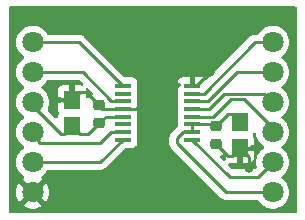
<source format=gtl>
G04 #@! TF.GenerationSoftware,KiCad,Pcbnew,7.0.10*
G04 #@! TF.CreationDate,2024-10-11T10:49:22-04:00*
G04 #@! TF.ProjectId,ad5689r,61643536-3839-4722-9e6b-696361645f70,rev?*
G04 #@! TF.SameCoordinates,Original*
G04 #@! TF.FileFunction,Copper,L1,Top*
G04 #@! TF.FilePolarity,Positive*
%FSLAX46Y46*%
G04 Gerber Fmt 4.6, Leading zero omitted, Abs format (unit mm)*
G04 Created by KiCad (PCBNEW 7.0.10) date 2024-10-11 10:49:22*
%MOMM*%
%LPD*%
G01*
G04 APERTURE LIST*
G04 Aperture macros list*
%AMRoundRect*
0 Rectangle with rounded corners*
0 $1 Rounding radius*
0 $2 $3 $4 $5 $6 $7 $8 $9 X,Y pos of 4 corners*
0 Add a 4 corners polygon primitive as box body*
4,1,4,$2,$3,$4,$5,$6,$7,$8,$9,$2,$3,0*
0 Add four circle primitives for the rounded corners*
1,1,$1+$1,$2,$3*
1,1,$1+$1,$4,$5*
1,1,$1+$1,$6,$7*
1,1,$1+$1,$8,$9*
0 Add four rect primitives between the rounded corners*
20,1,$1+$1,$2,$3,$4,$5,0*
20,1,$1+$1,$4,$5,$6,$7,0*
20,1,$1+$1,$6,$7,$8,$9,0*
20,1,$1+$1,$8,$9,$2,$3,0*%
G04 Aperture macros list end*
G04 #@! TA.AperFunction,SMDPad,CuDef*
%ADD10R,1.475000X0.450000*%
G04 #@! TD*
G04 #@! TA.AperFunction,ComponentPad*
%ADD11C,1.800000*%
G04 #@! TD*
G04 #@! TA.AperFunction,SMDPad,CuDef*
%ADD12RoundRect,0.225000X-0.250000X0.225000X-0.250000X-0.225000X0.250000X-0.225000X0.250000X0.225000X0*%
G04 #@! TD*
G04 #@! TA.AperFunction,SMDPad,CuDef*
%ADD13R,1.397000X1.497552*%
G04 #@! TD*
G04 #@! TA.AperFunction,SMDPad,CuDef*
%ADD14RoundRect,0.225000X0.250000X-0.225000X0.250000X0.225000X-0.250000X0.225000X-0.250000X-0.225000X0*%
G04 #@! TD*
G04 #@! TA.AperFunction,ViaPad*
%ADD15C,0.800000*%
G04 #@! TD*
G04 #@! TA.AperFunction,Conductor*
%ADD16C,0.250000*%
G04 #@! TD*
G04 APERTURE END LIST*
D10*
X35568176Y-29087300D03*
X35568176Y-29737300D03*
X35568176Y-30387300D03*
X35568176Y-31037300D03*
X35568176Y-31687300D03*
X35568176Y-32337300D03*
X35568176Y-32987300D03*
X35568176Y-33637300D03*
X41444176Y-33637300D03*
X41444176Y-32987300D03*
X41444176Y-32337300D03*
X41444176Y-31687300D03*
X41444176Y-31037300D03*
X41444176Y-30387300D03*
X41444176Y-29737300D03*
X41444176Y-29087300D03*
D11*
X27940000Y-25400000D03*
X27940000Y-27940000D03*
X27940000Y-30480000D03*
X27940000Y-33020000D03*
X27940000Y-35560000D03*
X27940000Y-38100000D03*
X48260000Y-25400000D03*
X48260000Y-27940000D03*
X48260000Y-30480000D03*
X48260000Y-33020000D03*
X48260000Y-35560000D03*
X48260000Y-38100000D03*
D12*
X43434000Y-32499000D03*
X43434000Y-34049000D03*
D13*
X45466000Y-32168576D03*
X45466000Y-34379424D03*
D14*
X33528000Y-32271000D03*
X33528000Y-30721000D03*
D13*
X31242000Y-32512000D03*
X31242000Y-30301152D03*
D15*
X42926000Y-27940000D03*
X46228000Y-36068000D03*
X37846000Y-31242000D03*
D16*
X33528000Y-32271000D02*
X32616424Y-33182576D01*
X30339322Y-33182576D02*
X27686000Y-30529254D01*
X31912576Y-33182576D02*
X31242000Y-32512000D01*
X33528000Y-32271000D02*
X34111700Y-31687300D01*
X30339322Y-33182576D02*
X30571424Y-33182576D01*
X27686000Y-30529254D02*
X27686000Y-30480000D01*
X34111700Y-31687300D02*
X35568176Y-31687300D01*
X30571424Y-33182576D02*
X31242000Y-32512000D01*
X32616424Y-33182576D02*
X31912576Y-33182576D01*
X37641300Y-31037300D02*
X37846000Y-31242000D01*
X46228000Y-36068000D02*
X46228000Y-35141424D01*
X43434000Y-34049000D02*
X44435000Y-35050000D01*
X35568176Y-31037300D02*
X37641300Y-31037300D01*
X33844300Y-31037300D02*
X33528000Y-30721000D01*
X46228000Y-35141424D02*
X45466000Y-34379424D01*
X33528000Y-30721000D02*
X32437576Y-29630576D01*
X35568176Y-31037300D02*
X33844300Y-31037300D01*
X41444176Y-29087300D02*
X41778700Y-29087300D01*
X32437576Y-29630576D02*
X31912576Y-29630576D01*
X31912576Y-29630576D02*
X31242000Y-30301152D01*
X44795424Y-35050000D02*
X45466000Y-34379424D01*
X41778700Y-29087300D02*
X42926000Y-27940000D01*
X44435000Y-35050000D02*
X44795424Y-35050000D01*
X31880876Y-25400000D02*
X35568176Y-29087300D01*
X27686000Y-25400000D02*
X31880876Y-25400000D01*
X34605676Y-30387300D02*
X35568176Y-30387300D01*
X27686000Y-27940000D02*
X32158376Y-27940000D01*
X32158376Y-27940000D02*
X34605676Y-30387300D01*
X27686000Y-33020000D02*
X28586000Y-33920000D01*
X33644000Y-33920000D02*
X34576700Y-32987300D01*
X28586000Y-33920000D02*
X33644000Y-33920000D01*
X34576700Y-32987300D02*
X35568176Y-32987300D01*
X33645476Y-35560000D02*
X35568176Y-33637300D01*
X27686000Y-35560000D02*
X33645476Y-35560000D01*
X41444176Y-33637300D02*
X44599876Y-36793000D01*
X47027000Y-36793000D02*
X48260000Y-35560000D01*
X44599876Y-36793000D02*
X47027000Y-36793000D01*
X44435000Y-31498000D02*
X44795424Y-31498000D01*
X44294376Y-38100000D02*
X40132000Y-33937624D01*
X48260000Y-38100000D02*
X44294376Y-38100000D01*
X41444176Y-32337300D02*
X43272300Y-32337300D01*
X40672700Y-32987300D02*
X41444176Y-32987300D01*
X43434000Y-32499000D02*
X44435000Y-31498000D01*
X40132000Y-33528000D02*
X40672700Y-32987300D01*
X40132000Y-33937624D02*
X40132000Y-33528000D01*
X43272300Y-32337300D02*
X43434000Y-32499000D01*
X44795424Y-31498000D02*
X45466000Y-32168576D01*
X41444176Y-32987300D02*
X41444176Y-32337300D01*
X44704000Y-30226000D02*
X45848396Y-30226000D01*
X43242700Y-31687300D02*
X44704000Y-30226000D01*
X41444176Y-31687300D02*
X43242700Y-31687300D01*
X45848396Y-30226000D02*
X48260000Y-32637604D01*
X48260000Y-32637604D02*
X48260000Y-33020000D01*
X44138000Y-29776000D02*
X47556000Y-29776000D01*
X47556000Y-29776000D02*
X48260000Y-30480000D01*
X42876700Y-31037300D02*
X44138000Y-29776000D01*
X41444176Y-31037300D02*
X42876700Y-31037300D01*
X41444176Y-30387300D02*
X42764700Y-30387300D01*
X45212000Y-27940000D02*
X48260000Y-27940000D01*
X42764700Y-30387300D02*
X45212000Y-27940000D01*
X42398700Y-29737300D02*
X46736000Y-25400000D01*
X46736000Y-25400000D02*
X48260000Y-25400000D01*
X41444176Y-29737300D02*
X42398700Y-29737300D01*
G04 #@! TA.AperFunction,Conductor*
G36*
X46801054Y-33048198D02*
G01*
X46850460Y-33097602D01*
X46865205Y-33146791D01*
X46873864Y-33251296D01*
X46873866Y-33251308D01*
X46930842Y-33476300D01*
X47024075Y-33688848D01*
X47151016Y-33883147D01*
X47151019Y-33883151D01*
X47151021Y-33883153D01*
X47308216Y-34053913D01*
X47308219Y-34053915D01*
X47308222Y-34053918D01*
X47485818Y-34192147D01*
X47526631Y-34248857D01*
X47530306Y-34318630D01*
X47495674Y-34379313D01*
X47485818Y-34387853D01*
X47308222Y-34526081D01*
X47308219Y-34526084D01*
X47308216Y-34526086D01*
X47308216Y-34526087D01*
X47291483Y-34544264D01*
X47151016Y-34696852D01*
X47024075Y-34891151D01*
X46930841Y-35103703D01*
X46930841Y-35103704D01*
X46908705Y-35191116D01*
X46873166Y-35251271D01*
X46835710Y-35270107D01*
X46856482Y-35290879D01*
X46871334Y-35359152D01*
X46871229Y-35360515D01*
X46860883Y-35485387D01*
X46854700Y-35560004D01*
X46854700Y-35560006D01*
X46873865Y-35791301D01*
X46911175Y-35938636D01*
X46908550Y-36008456D01*
X46878651Y-36056757D01*
X46804228Y-36131181D01*
X46742905Y-36164666D01*
X46716546Y-36167500D01*
X44910328Y-36167500D01*
X44843289Y-36147815D01*
X44822647Y-36131181D01*
X44509999Y-35818533D01*
X44476514Y-35757210D01*
X44481498Y-35687518D01*
X44523370Y-35631585D01*
X44588834Y-35607168D01*
X44641014Y-35614670D01*
X44660123Y-35621797D01*
X44660127Y-35621798D01*
X44719655Y-35628199D01*
X44719672Y-35628200D01*
X45216000Y-35628200D01*
X45216000Y-34253424D01*
X45235685Y-34186385D01*
X45288489Y-34140630D01*
X45340000Y-34129424D01*
X46091300Y-34129424D01*
X46158339Y-34149109D01*
X46204094Y-34201913D01*
X46215300Y-34253424D01*
X46215300Y-34505424D01*
X46195615Y-34572463D01*
X46142811Y-34618218D01*
X46091300Y-34629424D01*
X45716000Y-34629424D01*
X45716000Y-35628200D01*
X46212328Y-35628200D01*
X46212344Y-35628199D01*
X46271872Y-35621798D01*
X46271879Y-35621796D01*
X46406586Y-35571554D01*
X46406593Y-35571550D01*
X46521687Y-35485390D01*
X46521690Y-35485387D01*
X46607850Y-35370293D01*
X46607855Y-35370284D01*
X46631468Y-35306975D01*
X46673339Y-35251041D01*
X46699060Y-35241446D01*
X46686777Y-35231586D01*
X46664588Y-35165333D01*
X46664500Y-35160675D01*
X46664500Y-34629424D01*
X46440900Y-34629424D01*
X46373861Y-34609739D01*
X46328106Y-34556935D01*
X46316900Y-34505424D01*
X46316900Y-34253424D01*
X46336585Y-34186385D01*
X46389389Y-34140630D01*
X46440900Y-34129424D01*
X46664500Y-34129424D01*
X46664500Y-33582820D01*
X46664499Y-33582803D01*
X46658098Y-33523275D01*
X46658096Y-33523268D01*
X46607854Y-33388561D01*
X46607852Y-33388558D01*
X46578035Y-33348728D01*
X46553617Y-33283264D01*
X46568468Y-33214991D01*
X46578023Y-33200121D01*
X46608296Y-33159683D01*
X46625447Y-33113699D01*
X46667317Y-33057765D01*
X46732781Y-33033347D01*
X46801054Y-33048198D01*
G37*
G04 #@! TD.AperFunction*
G04 #@! TA.AperFunction,Conductor*
G36*
X44212458Y-34885032D02*
G01*
X44257228Y-34938673D01*
X44267500Y-34988089D01*
X44267500Y-35176044D01*
X44273901Y-35235572D01*
X44273904Y-35235583D01*
X44281029Y-35254687D01*
X44286013Y-35324379D01*
X44252527Y-35385702D01*
X44191203Y-35419186D01*
X44121512Y-35414200D01*
X44077166Y-35385700D01*
X43860128Y-35168662D01*
X43826643Y-35107339D01*
X43831627Y-35037647D01*
X43873499Y-34981714D01*
X43908805Y-34963275D01*
X43992481Y-34935547D01*
X43992488Y-34935544D01*
X44078402Y-34882551D01*
X44145794Y-34864110D01*
X44212458Y-34885032D01*
G37*
G04 #@! TD.AperFunction*
G04 #@! TA.AperFunction,Conductor*
G36*
X31914963Y-28585185D02*
G01*
X31935605Y-28601819D01*
X32194536Y-28860750D01*
X32228021Y-28922073D01*
X32223037Y-28991765D01*
X32181165Y-29047698D01*
X32115701Y-29072115D01*
X32063524Y-29064614D01*
X32047878Y-29058778D01*
X32047872Y-29058777D01*
X31988344Y-29052376D01*
X31492000Y-29052376D01*
X31492000Y-30427152D01*
X31472315Y-30494191D01*
X31419511Y-30539946D01*
X31368000Y-30551152D01*
X30616700Y-30551152D01*
X30549661Y-30531467D01*
X30503906Y-30478663D01*
X30492700Y-30427152D01*
X30492700Y-30175152D01*
X30512385Y-30108113D01*
X30565189Y-30062358D01*
X30616700Y-30051152D01*
X30992000Y-30051152D01*
X30992000Y-29052376D01*
X30495655Y-29052376D01*
X30436127Y-29058777D01*
X30436120Y-29058779D01*
X30301413Y-29109021D01*
X30301406Y-29109025D01*
X30186312Y-29195185D01*
X30186309Y-29195188D01*
X30100149Y-29310282D01*
X30100145Y-29310289D01*
X30049903Y-29444996D01*
X30049901Y-29445003D01*
X30043500Y-29504531D01*
X30043500Y-30051152D01*
X30267100Y-30051152D01*
X30334139Y-30070837D01*
X30379894Y-30123641D01*
X30391100Y-30175152D01*
X30391100Y-30427152D01*
X30371415Y-30494191D01*
X30318611Y-30539946D01*
X30267100Y-30551152D01*
X30043500Y-30551152D01*
X30043500Y-31097772D01*
X30049901Y-31157300D01*
X30049903Y-31157307D01*
X30100145Y-31292014D01*
X30100149Y-31292021D01*
X30129964Y-31331849D01*
X30154381Y-31397313D01*
X30139529Y-31465586D01*
X30129964Y-31480469D01*
X30099706Y-31520888D01*
X30099702Y-31520895D01*
X30049408Y-31655740D01*
X30042910Y-31716179D01*
X30016171Y-31780730D01*
X29958778Y-31820577D01*
X29888953Y-31823070D01*
X29831940Y-31790603D01*
X29240179Y-31198842D01*
X29206694Y-31137519D01*
X29211678Y-31067827D01*
X29214304Y-31061350D01*
X29269157Y-30936300D01*
X29326134Y-30711305D01*
X29327150Y-30699045D01*
X29345300Y-30480006D01*
X29345300Y-30479993D01*
X29326135Y-30248702D01*
X29326133Y-30248691D01*
X29269157Y-30023699D01*
X29175924Y-29811151D01*
X29048983Y-29616852D01*
X29048980Y-29616849D01*
X29048979Y-29616847D01*
X28891784Y-29446087D01*
X28714180Y-29307853D01*
X28673368Y-29251143D01*
X28669693Y-29181370D01*
X28704324Y-29120687D01*
X28714181Y-29112146D01*
X28718191Y-29109025D01*
X28891784Y-28973913D01*
X29048979Y-28803153D01*
X29080491Y-28754920D01*
X29167542Y-28621679D01*
X29220689Y-28576322D01*
X29271351Y-28565500D01*
X31847924Y-28565500D01*
X31914963Y-28585185D01*
G37*
G04 #@! TD.AperFunction*
G04 #@! TA.AperFunction,Conductor*
G36*
X32587777Y-29269838D02*
G01*
X32632125Y-29298339D01*
X32981535Y-29647749D01*
X33015020Y-29709072D01*
X33010036Y-29778764D01*
X32968164Y-29834697D01*
X32958952Y-29840968D01*
X32825268Y-29923426D01*
X32705427Y-30043267D01*
X32705424Y-30043271D01*
X32670038Y-30100641D01*
X32618090Y-30147366D01*
X32549127Y-30158587D01*
X32485046Y-30130744D01*
X32446190Y-30072675D01*
X32440500Y-30035544D01*
X32440500Y-29504548D01*
X32440499Y-29504531D01*
X32434098Y-29445003D01*
X32434097Y-29444999D01*
X32428262Y-29429354D01*
X32423278Y-29359663D01*
X32456762Y-29298339D01*
X32518085Y-29264854D01*
X32587777Y-29269838D01*
G37*
G04 #@! TD.AperFunction*
G04 #@! TA.AperFunction,Conductor*
G36*
X50234539Y-22372185D02*
G01*
X50280294Y-22424989D01*
X50291500Y-22476500D01*
X50291500Y-39753500D01*
X50271815Y-39820539D01*
X50219011Y-39866294D01*
X50167500Y-39877500D01*
X26032500Y-39877500D01*
X25965461Y-39857815D01*
X25919706Y-39805011D01*
X25908500Y-39753500D01*
X25908500Y-35560006D01*
X26534700Y-35560006D01*
X26553864Y-35791297D01*
X26553866Y-35791308D01*
X26610842Y-36016300D01*
X26704075Y-36228848D01*
X26831016Y-36423147D01*
X26831019Y-36423151D01*
X26831021Y-36423153D01*
X26988216Y-36593913D01*
X27165819Y-36732146D01*
X27166225Y-36732462D01*
X27207038Y-36789173D01*
X27210713Y-36858946D01*
X27176082Y-36919629D01*
X27166225Y-36928170D01*
X27141201Y-36947646D01*
X27141200Y-36947647D01*
X27895600Y-37702046D01*
X27814852Y-37714835D01*
X27701955Y-37772359D01*
X27612359Y-37861955D01*
X27554835Y-37974852D01*
X27542046Y-38055600D01*
X26788811Y-37302365D01*
X26704516Y-37431390D01*
X26611317Y-37643864D01*
X26554361Y-37868781D01*
X26535202Y-38099994D01*
X26535202Y-38100005D01*
X26554361Y-38331218D01*
X26611317Y-38556135D01*
X26704515Y-38768606D01*
X26788812Y-38897633D01*
X27542046Y-38144399D01*
X27554835Y-38225148D01*
X27612359Y-38338045D01*
X27701955Y-38427641D01*
X27814852Y-38485165D01*
X27895599Y-38497953D01*
X27141201Y-39252351D01*
X27171649Y-39276050D01*
X27375697Y-39386476D01*
X27375706Y-39386479D01*
X27595139Y-39461811D01*
X27823993Y-39500000D01*
X28056007Y-39500000D01*
X28284860Y-39461811D01*
X28504293Y-39386479D01*
X28504301Y-39386476D01*
X28708355Y-39276047D01*
X28738797Y-39252351D01*
X28738798Y-39252350D01*
X27984401Y-38497953D01*
X28065148Y-38485165D01*
X28178045Y-38427641D01*
X28267641Y-38338045D01*
X28325165Y-38225148D01*
X28337953Y-38144400D01*
X29091186Y-38897633D01*
X29175482Y-38768611D01*
X29268682Y-38556135D01*
X29325638Y-38331218D01*
X29344798Y-38100005D01*
X29344798Y-38099994D01*
X29325638Y-37868781D01*
X29268682Y-37643864D01*
X29175484Y-37431393D01*
X29091186Y-37302365D01*
X28337953Y-38055598D01*
X28325165Y-37974852D01*
X28267641Y-37861955D01*
X28178045Y-37772359D01*
X28065148Y-37714835D01*
X27984400Y-37702046D01*
X28738797Y-36947647D01*
X28738797Y-36947646D01*
X28713773Y-36928169D01*
X28672961Y-36871459D01*
X28669286Y-36801686D01*
X28703918Y-36741003D01*
X28713760Y-36732473D01*
X28891784Y-36593913D01*
X29048979Y-36423153D01*
X29167542Y-36241679D01*
X29220689Y-36196322D01*
X29271351Y-36185500D01*
X33562733Y-36185500D01*
X33578353Y-36187224D01*
X33578380Y-36186939D01*
X33586136Y-36187671D01*
X33586143Y-36187673D01*
X33653349Y-36185561D01*
X33657244Y-36185500D01*
X33684822Y-36185500D01*
X33684826Y-36185500D01*
X33688800Y-36184997D01*
X33700439Y-36184080D01*
X33744103Y-36182709D01*
X33763345Y-36177117D01*
X33782388Y-36173174D01*
X33802268Y-36170664D01*
X33842877Y-36154585D01*
X33853920Y-36150803D01*
X33895866Y-36138618D01*
X33913105Y-36128422D01*
X33930579Y-36119862D01*
X33949203Y-36112488D01*
X33949203Y-36112487D01*
X33949208Y-36112486D01*
X33984559Y-36086800D01*
X33994290Y-36080408D01*
X34031896Y-36058170D01*
X34046065Y-36043999D01*
X34060855Y-36031368D01*
X34077063Y-36019594D01*
X34104914Y-35985926D01*
X34112755Y-35977309D01*
X35690948Y-34399118D01*
X35752271Y-34365633D01*
X35778629Y-34362799D01*
X36353547Y-34362799D01*
X36353548Y-34362799D01*
X36413159Y-34356391D01*
X36548007Y-34306096D01*
X36663222Y-34219846D01*
X36749472Y-34104631D01*
X36799767Y-33969783D01*
X36806176Y-33910173D01*
X36806175Y-33508195D01*
X39501840Y-33508195D01*
X39505950Y-33551674D01*
X39506500Y-33563343D01*
X39506500Y-33854879D01*
X39504775Y-33870496D01*
X39505061Y-33870523D01*
X39504326Y-33878289D01*
X39506439Y-33945496D01*
X39506500Y-33949391D01*
X39506500Y-33976981D01*
X39507003Y-33980959D01*
X39507918Y-33992591D01*
X39509290Y-34036248D01*
X39509291Y-34036251D01*
X39514880Y-34055491D01*
X39518824Y-34074535D01*
X39521336Y-34094416D01*
X39537414Y-34135027D01*
X39541197Y-34146076D01*
X39552908Y-34186385D01*
X39553382Y-34188014D01*
X39560876Y-34200687D01*
X39563580Y-34205258D01*
X39572138Y-34222727D01*
X39579514Y-34241356D01*
X39605181Y-34276684D01*
X39611593Y-34286445D01*
X39633828Y-34324041D01*
X39633833Y-34324048D01*
X39647990Y-34338204D01*
X39660628Y-34353000D01*
X39672405Y-34369210D01*
X39672406Y-34369211D01*
X39706057Y-34397049D01*
X39714698Y-34404912D01*
X43793570Y-38483784D01*
X43803395Y-38496048D01*
X43803616Y-38495866D01*
X43808586Y-38501874D01*
X43857615Y-38547915D01*
X43860412Y-38550626D01*
X43879906Y-38570120D01*
X43883071Y-38572575D01*
X43891947Y-38580156D01*
X43923794Y-38610062D01*
X43923798Y-38610064D01*
X43941349Y-38619713D01*
X43957607Y-38630392D01*
X43973440Y-38642674D01*
X44008786Y-38657968D01*
X44013531Y-38660022D01*
X44024011Y-38665155D01*
X44062284Y-38686197D01*
X44081688Y-38691179D01*
X44100086Y-38697478D01*
X44118481Y-38705438D01*
X44161630Y-38712271D01*
X44173056Y-38714638D01*
X44215357Y-38725500D01*
X44235392Y-38725500D01*
X44254789Y-38727026D01*
X44274572Y-38730160D01*
X44318051Y-38726050D01*
X44329720Y-38725500D01*
X46928649Y-38725500D01*
X46995688Y-38745185D01*
X47032458Y-38781679D01*
X47151016Y-38963147D01*
X47151019Y-38963151D01*
X47151021Y-38963153D01*
X47308216Y-39133913D01*
X47308219Y-39133915D01*
X47308222Y-39133918D01*
X47491365Y-39276464D01*
X47491371Y-39276468D01*
X47491374Y-39276470D01*
X47658860Y-39367109D01*
X47694652Y-39386479D01*
X47695497Y-39386936D01*
X47809487Y-39426068D01*
X47915015Y-39462297D01*
X47915017Y-39462297D01*
X47915019Y-39462298D01*
X48143951Y-39500500D01*
X48143952Y-39500500D01*
X48376048Y-39500500D01*
X48376049Y-39500500D01*
X48604981Y-39462298D01*
X48824503Y-39386936D01*
X49028626Y-39276470D01*
X49029170Y-39276047D01*
X49090129Y-39228600D01*
X49211784Y-39133913D01*
X49368979Y-38963153D01*
X49495924Y-38768849D01*
X49589157Y-38556300D01*
X49646134Y-38331305D01*
X49646135Y-38331297D01*
X49665300Y-38100006D01*
X49665300Y-38099993D01*
X49646135Y-37868702D01*
X49646133Y-37868691D01*
X49589157Y-37643699D01*
X49495924Y-37431151D01*
X49368983Y-37236852D01*
X49368980Y-37236849D01*
X49368979Y-37236847D01*
X49211784Y-37066087D01*
X49034180Y-36927853D01*
X48993368Y-36871143D01*
X48989693Y-36801370D01*
X49024324Y-36740687D01*
X49034181Y-36732146D01*
X49211784Y-36593913D01*
X49368979Y-36423153D01*
X49495924Y-36228849D01*
X49589157Y-36016300D01*
X49646134Y-35791305D01*
X49654734Y-35687518D01*
X49665300Y-35560006D01*
X49665300Y-35559993D01*
X49646135Y-35328702D01*
X49646133Y-35328691D01*
X49589157Y-35103699D01*
X49495924Y-34891151D01*
X49368983Y-34696852D01*
X49368980Y-34696849D01*
X49368979Y-34696847D01*
X49211784Y-34526087D01*
X49034180Y-34387853D01*
X48993368Y-34331143D01*
X48989693Y-34261370D01*
X49024324Y-34200687D01*
X49034181Y-34192146D01*
X49039490Y-34188014D01*
X49211784Y-34053913D01*
X49368979Y-33883153D01*
X49372156Y-33878291D01*
X49387451Y-33854879D01*
X49495924Y-33688849D01*
X49589157Y-33476300D01*
X49646134Y-33251305D01*
X49646135Y-33251296D01*
X49665300Y-33020006D01*
X49665300Y-33019993D01*
X49646135Y-32788702D01*
X49646133Y-32788691D01*
X49589157Y-32563699D01*
X49495924Y-32351151D01*
X49368983Y-32156852D01*
X49368980Y-32156849D01*
X49368979Y-32156847D01*
X49211784Y-31986087D01*
X49034180Y-31847853D01*
X48993368Y-31791143D01*
X48989693Y-31721370D01*
X49024324Y-31660687D01*
X49034181Y-31652146D01*
X49211784Y-31513913D01*
X49368979Y-31343153D01*
X49495924Y-31148849D01*
X49589157Y-30936300D01*
X49646134Y-30711305D01*
X49647150Y-30699045D01*
X49665300Y-30480006D01*
X49665300Y-30479993D01*
X49646135Y-30248702D01*
X49646133Y-30248691D01*
X49589157Y-30023699D01*
X49495924Y-29811151D01*
X49368983Y-29616852D01*
X49368980Y-29616849D01*
X49368979Y-29616847D01*
X49211784Y-29446087D01*
X49034180Y-29307853D01*
X48993368Y-29251143D01*
X48989693Y-29181370D01*
X49024324Y-29120687D01*
X49034181Y-29112146D01*
X49038191Y-29109025D01*
X49211784Y-28973913D01*
X49368979Y-28803153D01*
X49495924Y-28608849D01*
X49589157Y-28396300D01*
X49646134Y-28171305D01*
X49665300Y-27940000D01*
X49665300Y-27939993D01*
X49646135Y-27708702D01*
X49646133Y-27708691D01*
X49589157Y-27483699D01*
X49495924Y-27271151D01*
X49368983Y-27076852D01*
X49368980Y-27076849D01*
X49368979Y-27076847D01*
X49211784Y-26906087D01*
X49034180Y-26767853D01*
X48993368Y-26711143D01*
X48989693Y-26641370D01*
X49024324Y-26580687D01*
X49034181Y-26572146D01*
X49211784Y-26433913D01*
X49368979Y-26263153D01*
X49495924Y-26068849D01*
X49589157Y-25856300D01*
X49646134Y-25631305D01*
X49665300Y-25400000D01*
X49665300Y-25399993D01*
X49646135Y-25168702D01*
X49646133Y-25168691D01*
X49589157Y-24943699D01*
X49495924Y-24731151D01*
X49368983Y-24536852D01*
X49368980Y-24536849D01*
X49368979Y-24536847D01*
X49211784Y-24366087D01*
X49211779Y-24366083D01*
X49211777Y-24366081D01*
X49028634Y-24223535D01*
X49028628Y-24223531D01*
X48824504Y-24113064D01*
X48824495Y-24113061D01*
X48604984Y-24037702D01*
X48433282Y-24009050D01*
X48376049Y-23999500D01*
X48143951Y-23999500D01*
X48098164Y-24007140D01*
X47915015Y-24037702D01*
X47695504Y-24113061D01*
X47695495Y-24113064D01*
X47491371Y-24223531D01*
X47491365Y-24223535D01*
X47308222Y-24366081D01*
X47308219Y-24366084D01*
X47151016Y-24536852D01*
X47032458Y-24718321D01*
X46979311Y-24763678D01*
X46928649Y-24774500D01*
X46818737Y-24774500D01*
X46803120Y-24772776D01*
X46803093Y-24773062D01*
X46795331Y-24772327D01*
X46728144Y-24774439D01*
X46724250Y-24774500D01*
X46696650Y-24774500D01*
X46692962Y-24774965D01*
X46692649Y-24775005D01*
X46681031Y-24775918D01*
X46637372Y-24777290D01*
X46637369Y-24777291D01*
X46618126Y-24782881D01*
X46599083Y-24786825D01*
X46579204Y-24789336D01*
X46579203Y-24789337D01*
X46538593Y-24805415D01*
X46527548Y-24809197D01*
X46485608Y-24821383D01*
X46485604Y-24821385D01*
X46468365Y-24831580D01*
X46450898Y-24840137D01*
X46432269Y-24847512D01*
X46432267Y-24847514D01*
X46396926Y-24873189D01*
X46387168Y-24879599D01*
X46349580Y-24901828D01*
X46335408Y-24916000D01*
X46320623Y-24928628D01*
X46304412Y-24940407D01*
X46276571Y-24974059D01*
X46268711Y-24982696D01*
X42728857Y-28522549D01*
X42667534Y-28556034D01*
X42597842Y-28551050D01*
X42541909Y-28509178D01*
X42541907Y-28509176D01*
X42538862Y-28505108D01*
X42423769Y-28418949D01*
X42423762Y-28418945D01*
X42289055Y-28368703D01*
X42289048Y-28368701D01*
X42229520Y-28362300D01*
X41669176Y-28362300D01*
X41669176Y-28887800D01*
X41649491Y-28954839D01*
X41596687Y-29000594D01*
X41545176Y-29011800D01*
X41343176Y-29011800D01*
X41276137Y-28992115D01*
X41230382Y-28939311D01*
X41219176Y-28887800D01*
X41219176Y-28362300D01*
X40658831Y-28362300D01*
X40599303Y-28368701D01*
X40599296Y-28368703D01*
X40464589Y-28418945D01*
X40464582Y-28418949D01*
X40349488Y-28505109D01*
X40349485Y-28505112D01*
X40263325Y-28620206D01*
X40263321Y-28620213D01*
X40213079Y-28754920D01*
X40213077Y-28754927D01*
X40206676Y-28814455D01*
X40206676Y-28862300D01*
X40367241Y-28862300D01*
X40434280Y-28881985D01*
X40480035Y-28934789D01*
X40489979Y-29003947D01*
X40460954Y-29067503D01*
X40441552Y-29085566D01*
X40349131Y-29154752D01*
X40268387Y-29262612D01*
X40220570Y-29298405D01*
X40206676Y-29312300D01*
X40206676Y-29360132D01*
X40210607Y-29396699D01*
X40210607Y-29423205D01*
X40206176Y-29464422D01*
X40206176Y-30010169D01*
X40206177Y-30010178D01*
X40210355Y-30049045D01*
X40210355Y-30075550D01*
X40206176Y-30114422D01*
X40206176Y-30660169D01*
X40206177Y-30660178D01*
X40210355Y-30699045D01*
X40210355Y-30725550D01*
X40206176Y-30764422D01*
X40206176Y-31310169D01*
X40206177Y-31310178D01*
X40210355Y-31349045D01*
X40210355Y-31375550D01*
X40206176Y-31414422D01*
X40206176Y-31960169D01*
X40206177Y-31960178D01*
X40210355Y-31999045D01*
X40210355Y-32025551D01*
X40206176Y-32064423D01*
X40206176Y-32517870D01*
X40186491Y-32584909D01*
X40169857Y-32605551D01*
X39748208Y-33027199D01*
X39735951Y-33037020D01*
X39736134Y-33037241D01*
X39730122Y-33042214D01*
X39684098Y-33091223D01*
X39681391Y-33094016D01*
X39661889Y-33113517D01*
X39661875Y-33113534D01*
X39659407Y-33116715D01*
X39651843Y-33125570D01*
X39621937Y-33157418D01*
X39621936Y-33157420D01*
X39612284Y-33174976D01*
X39601610Y-33191226D01*
X39589329Y-33207061D01*
X39589324Y-33207068D01*
X39571975Y-33247158D01*
X39566838Y-33257644D01*
X39545803Y-33295906D01*
X39540822Y-33315307D01*
X39534521Y-33333710D01*
X39526562Y-33352102D01*
X39526561Y-33352105D01*
X39519728Y-33395243D01*
X39517360Y-33406674D01*
X39506501Y-33448971D01*
X39506500Y-33448982D01*
X39506500Y-33469016D01*
X39504973Y-33488415D01*
X39501840Y-33508194D01*
X39501840Y-33508195D01*
X36806175Y-33508195D01*
X36806175Y-33364428D01*
X36806174Y-33364411D01*
X36801996Y-33325553D01*
X36801996Y-33299047D01*
X36806176Y-33260173D01*
X36806175Y-32714428D01*
X36806174Y-32714411D01*
X36801996Y-32675553D01*
X36801996Y-32649047D01*
X36806176Y-32610173D01*
X36806175Y-32064428D01*
X36806175Y-32064427D01*
X36806174Y-32064411D01*
X36801996Y-32025553D01*
X36801996Y-31999045D01*
X36806176Y-31960173D01*
X36806175Y-31414428D01*
X36801743Y-31373198D01*
X36801744Y-31346693D01*
X36805675Y-31310133D01*
X36805676Y-31310119D01*
X36805676Y-31262300D01*
X36790064Y-31246688D01*
X36776192Y-31242615D01*
X36743965Y-31212612D01*
X36702558Y-31157300D01*
X36668354Y-31111609D01*
X36643937Y-31046148D01*
X36658788Y-30977875D01*
X36668349Y-30962996D01*
X36721077Y-30892562D01*
X36743965Y-30861988D01*
X36791781Y-30826194D01*
X36805676Y-30812300D01*
X36805676Y-30764482D01*
X36805675Y-30764464D01*
X36801744Y-30727902D01*
X36801744Y-30701394D01*
X36806176Y-30660173D01*
X36806175Y-30114428D01*
X36806175Y-30114427D01*
X36806174Y-30114411D01*
X36801996Y-30075553D01*
X36801996Y-30049045D01*
X36806176Y-30010173D01*
X36806175Y-29464428D01*
X36806175Y-29464427D01*
X36806174Y-29464411D01*
X36801996Y-29425553D01*
X36801996Y-29399047D01*
X36806176Y-29360173D01*
X36806175Y-28814428D01*
X36799767Y-28754817D01*
X36779231Y-28699758D01*
X36749473Y-28619971D01*
X36749469Y-28619964D01*
X36663223Y-28504755D01*
X36663220Y-28504752D01*
X36548011Y-28418506D01*
X36548004Y-28418502D01*
X36413158Y-28368208D01*
X36413159Y-28368208D01*
X36353559Y-28361801D01*
X36353557Y-28361800D01*
X36353549Y-28361800D01*
X36353541Y-28361800D01*
X35778628Y-28361800D01*
X35711589Y-28342115D01*
X35690947Y-28325481D01*
X32381679Y-25016212D01*
X32371856Y-25003950D01*
X32371635Y-25004134D01*
X32366662Y-24998122D01*
X32317652Y-24952099D01*
X32314853Y-24949386D01*
X32295353Y-24929885D01*
X32295347Y-24929880D01*
X32292162Y-24927409D01*
X32283310Y-24919848D01*
X32251458Y-24889938D01*
X32251456Y-24889936D01*
X32251453Y-24889935D01*
X32233905Y-24880288D01*
X32217639Y-24869604D01*
X32201808Y-24857324D01*
X32161725Y-24839978D01*
X32151239Y-24834841D01*
X32112970Y-24813803D01*
X32112968Y-24813802D01*
X32093569Y-24808822D01*
X32075157Y-24802518D01*
X32056774Y-24794562D01*
X32056768Y-24794560D01*
X32013636Y-24787729D01*
X32002198Y-24785361D01*
X31959896Y-24774500D01*
X31959895Y-24774500D01*
X31939860Y-24774500D01*
X31920462Y-24772973D01*
X31913038Y-24771797D01*
X31900681Y-24769840D01*
X31900680Y-24769840D01*
X31857201Y-24773950D01*
X31845532Y-24774500D01*
X29271351Y-24774500D01*
X29204312Y-24754815D01*
X29167542Y-24718321D01*
X29048983Y-24536852D01*
X29048980Y-24536849D01*
X29048979Y-24536847D01*
X28891784Y-24366087D01*
X28891779Y-24366083D01*
X28891777Y-24366081D01*
X28708634Y-24223535D01*
X28708628Y-24223531D01*
X28504504Y-24113064D01*
X28504495Y-24113061D01*
X28284984Y-24037702D01*
X28113282Y-24009050D01*
X28056049Y-23999500D01*
X27823951Y-23999500D01*
X27778164Y-24007140D01*
X27595015Y-24037702D01*
X27375504Y-24113061D01*
X27375495Y-24113064D01*
X27171371Y-24223531D01*
X27171365Y-24223535D01*
X26988222Y-24366081D01*
X26988219Y-24366084D01*
X26831016Y-24536852D01*
X26704075Y-24731151D01*
X26610842Y-24943699D01*
X26553866Y-25168691D01*
X26553864Y-25168702D01*
X26534700Y-25399993D01*
X26534700Y-25400006D01*
X26553864Y-25631297D01*
X26553866Y-25631308D01*
X26610842Y-25856300D01*
X26704075Y-26068848D01*
X26831016Y-26263147D01*
X26831018Y-26263149D01*
X26831021Y-26263153D01*
X26988216Y-26433913D01*
X26988219Y-26433915D01*
X26988222Y-26433918D01*
X27165818Y-26572147D01*
X27206631Y-26628857D01*
X27210306Y-26698630D01*
X27175674Y-26759313D01*
X27165818Y-26767853D01*
X26988222Y-26906081D01*
X26988219Y-26906084D01*
X26831016Y-27076852D01*
X26704075Y-27271151D01*
X26610842Y-27483699D01*
X26553866Y-27708691D01*
X26553864Y-27708702D01*
X26534700Y-27939993D01*
X26534700Y-27940006D01*
X26553864Y-28171297D01*
X26553866Y-28171308D01*
X26610842Y-28396300D01*
X26704075Y-28608848D01*
X26831016Y-28803147D01*
X26831019Y-28803151D01*
X26831021Y-28803153D01*
X26988216Y-28973913D01*
X26988219Y-28973915D01*
X26988222Y-28973918D01*
X27165818Y-29112147D01*
X27206631Y-29168857D01*
X27210306Y-29238630D01*
X27175674Y-29299313D01*
X27165818Y-29307853D01*
X26988222Y-29446081D01*
X26988219Y-29446084D01*
X26831016Y-29616852D01*
X26704075Y-29811151D01*
X26610842Y-30023699D01*
X26553866Y-30248691D01*
X26553864Y-30248702D01*
X26534700Y-30479993D01*
X26534700Y-30480006D01*
X26553864Y-30711297D01*
X26553866Y-30711308D01*
X26610842Y-30936300D01*
X26704075Y-31148848D01*
X26831016Y-31343147D01*
X26831019Y-31343151D01*
X26831021Y-31343153D01*
X26988216Y-31513913D01*
X26988219Y-31513915D01*
X26988222Y-31513918D01*
X27165818Y-31652147D01*
X27206631Y-31708857D01*
X27210306Y-31778630D01*
X27175674Y-31839313D01*
X27165818Y-31847853D01*
X26988222Y-31986081D01*
X26988219Y-31986084D01*
X26988216Y-31986086D01*
X26988216Y-31986087D01*
X26964086Y-32012299D01*
X26831016Y-32156852D01*
X26704075Y-32351151D01*
X26610842Y-32563699D01*
X26553866Y-32788691D01*
X26553864Y-32788702D01*
X26534700Y-33019993D01*
X26534700Y-33020006D01*
X26553864Y-33251297D01*
X26553866Y-33251308D01*
X26610842Y-33476300D01*
X26704075Y-33688848D01*
X26831016Y-33883147D01*
X26831019Y-33883151D01*
X26831021Y-33883153D01*
X26988216Y-34053913D01*
X26988219Y-34053915D01*
X26988222Y-34053918D01*
X27165818Y-34192147D01*
X27206631Y-34248857D01*
X27210306Y-34318630D01*
X27175674Y-34379313D01*
X27165818Y-34387853D01*
X26988222Y-34526081D01*
X26988219Y-34526084D01*
X26988216Y-34526086D01*
X26988216Y-34526087D01*
X26971483Y-34544264D01*
X26831016Y-34696852D01*
X26704075Y-34891151D01*
X26610842Y-35103699D01*
X26553866Y-35328691D01*
X26553864Y-35328702D01*
X26534700Y-35559993D01*
X26534700Y-35560006D01*
X25908500Y-35560006D01*
X25908500Y-22476500D01*
X25928185Y-22409461D01*
X25980989Y-22363706D01*
X26032500Y-22352500D01*
X50167500Y-22352500D01*
X50234539Y-22372185D01*
G37*
G04 #@! TD.AperFunction*
M02*

</source>
